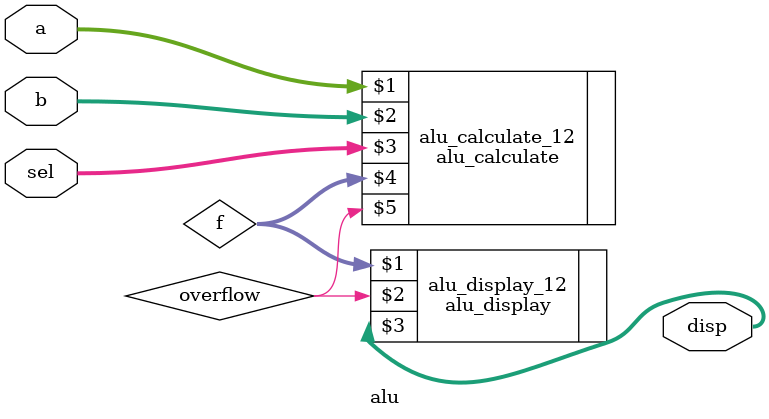
<source format=v>
module alu(
	input [2:0] a,
	input [2:0] b,
	input [1:0] sel,
	output [6:0] disp
	);
	
	wire [2:0] f;
	wire overflow;
	
	alu_calculate alu_calculate_12(a, b, sel, f, overflow);
	alu_display alu_display_12(f, overflow, disp);
	
endmodule
</source>
